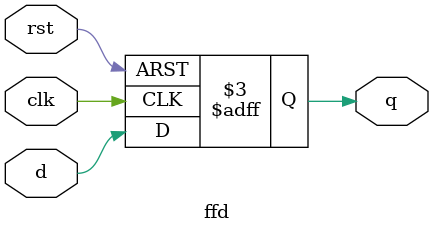
<source format=v>
module ffd (
    input       d,rst,clk,
    output reg  q
);
    always @(posedge clk or negedge rst) 
    begin
        if (!rst) q<=0;
        else q<=d;
    end
endmodule
</source>
